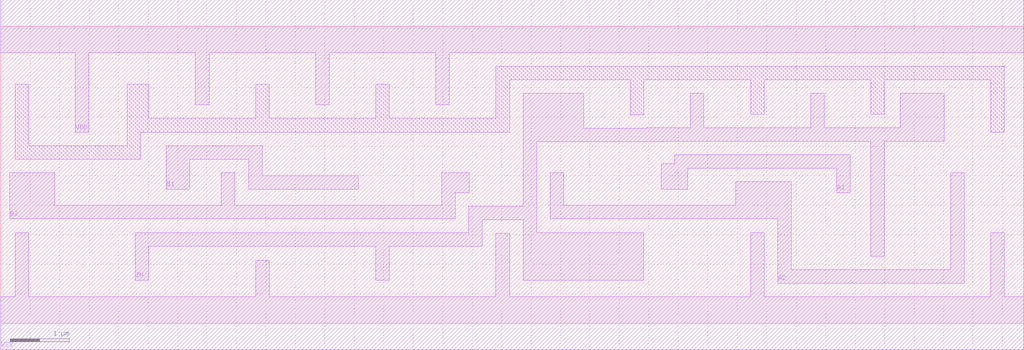
<source format=lef>
# Copyright 2022 GlobalFoundries PDK Authors
#
# Licensed under the Apache License, Version 2.0 (the "License");
# you may not use this file except in compliance with the License.
# You may obtain a copy of the License at
#
#      http://www.apache.org/licenses/LICENSE-2.0
#
# Unless required by applicable law or agreed to in writing, software
# distributed under the License is distributed on an "AS IS" BASIS,
# WITHOUT WARRANTIES OR CONDITIONS OF ANY KIND, either express or implied.
# See the License for the specific language governing permissions and
# limitations under the License.

MACRO gf180mcu_fd_sc_mcu9t5v0__aoi22_4
  CLASS core ;
  FOREIGN gf180mcu_fd_sc_mcu9t5v0__aoi22_4 0.0 0.0 ;
  ORIGIN 0 0 ;
  SYMMETRY X Y ;
  SITE GF018hv5v_green_sc9 ;
  SIZE 17.36 BY 5.04 ;
  PIN A1
    DIRECTION INPUT ;
    ANTENNAGATEAREA 6.828 ;
    PORT
      LAYER METAL1 ;
        POLYGON 11.21 2.27 11.66 2.27 11.66 2.63 14.185 2.63 14.185 2.215 14.415 2.215 14.415 2.86 11.44 2.86 11.44 2.71 11.21 2.71  ;
    END
  END A1
  PIN A2
    DIRECTION INPUT ;
    ANTENNAGATEAREA 6.828 ;
    PORT
      LAYER METAL1 ;
        POLYGON 9.325 1.77 13.185 1.77 13.185 0.68 16.355 0.68 16.355 2.555 16.125 2.555 16.125 0.91 13.415 0.91 13.415 2.4 12.47 2.4 12.47 2 9.555 2 9.555 2.555 9.325 2.555  ;
    END
  END A2
  PIN B1
    DIRECTION INPUT ;
    ANTENNAGATEAREA 6.828 ;
    PORT
      LAYER METAL1 ;
        POLYGON 2.81 2.27 3.21 2.27 3.21 2.785 4.205 2.785 4.205 2.27 6.07 2.27 6.07 2.5 4.435 2.5 4.435 3.015 2.81 3.015  ;
    END
  END B1
  PIN B2
    DIRECTION INPUT ;
    ANTENNAGATEAREA 6.828 ;
    PORT
      LAYER METAL1 ;
        POLYGON 0.15 1.77 7.715 1.77 7.715 2.215 7.955 2.215 7.955 2.555 7.485 2.555 7.485 2 3.975 2 3.975 2.555 3.745 2.555 3.745 2 0.915 2 0.915 2.555 0.15 2.555  ;
    END
  END B2
  PIN ZN
    DIRECTION OUTPUT ;
    ANTENNADIFFAREA 6.552 ;
    PORT
      LAYER METAL1 ;
        POLYGON 9.095 3.08 11.245 3.08 11.245 3.09 14.765 3.09 14.765 1.14 14.995 1.14 14.995 3.09 16.015 3.09 16.015 3.9 15.27 3.9 15.27 3.32 13.975 3.32 13.975 3.9 13.745 3.9 13.745 3.32 11.935 3.32 11.935 3.9 11.705 3.9 11.705 3.32 11.195 3.32 11.195 3.315 10.965 3.315 10.965 3.31 9.895 3.31 9.895 3.9 8.865 3.9 8.865 1.985 7.945 1.985 7.945 1.54 2.285 1.54 2.285 0.73 2.515 0.73 2.515 1.31 6.365 1.31 6.365 0.73 6.595 0.73 6.595 1.31 8.175 1.31 8.175 1.755 8.865 1.755 8.865 0.73 10.915 0.73 10.915 1.54 9.095 1.54  ;
    END
  END ZN
  PIN VDD
    DIRECTION INOUT ;
    USE power ;
    SHAPE ABUTMENT ;
    PORT
      LAYER METAL1 ;
        POLYGON 0 4.59 1.265 4.59 1.265 3.245 1.495 3.245 1.495 4.59 3.305 4.59 3.305 3.705 3.535 3.705 3.535 4.59 5.345 4.59 5.345 3.705 5.575 3.705 5.575 4.59 7.385 4.59 7.385 3.705 7.615 3.705 7.615 4.59 17.035 4.59 17.36 4.59 17.36 5.49 17.035 5.49 0 5.49  ;
    END
  END VDD
  PIN VSS
    DIRECTION INOUT ;
    USE ground ;
    SHAPE ABUTMENT ;
    PORT
      LAYER METAL1 ;
        POLYGON 0 -0.45 17.36 -0.45 17.36 0.45 17.035 0.45 17.035 1.54 16.805 1.54 16.805 0.45 12.955 0.45 12.955 1.54 12.725 1.54 12.725 0.45 8.635 0.45 8.635 1.525 8.405 1.525 8.405 0.45 4.555 0.45 4.555 1.07 4.325 1.07 4.325 0.45 0.475 0.45 0.475 1.54 0.245 1.54 0.245 0.45 0 0.45  ;
    END
  END VSS
  OBS
      LAYER METAL1 ;
        POLYGON 0.245 2.785 2.38 2.785 2.38 3.245 8.635 3.245 8.635 4.13 10.685 4.13 10.685 3.54 10.915 3.54 10.915 4.13 12.725 4.13 12.725 3.55 12.955 3.55 12.955 4.13 14.765 4.13 14.765 3.55 14.995 3.55 14.995 4.13 16.805 4.13 16.805 3.245 17.035 3.245 17.035 4.36 8.405 4.36 8.405 3.475 6.595 3.475 6.595 4.055 6.365 4.055 6.365 3.475 4.555 3.475 4.555 4.055 4.325 4.055 4.325 3.475 2.515 3.475 2.515 4.055 2.15 4.055 2.15 3.015 0.475 3.015 0.475 4.055 0.245 4.055  ;
  END
END gf180mcu_fd_sc_mcu9t5v0__aoi22_4

</source>
